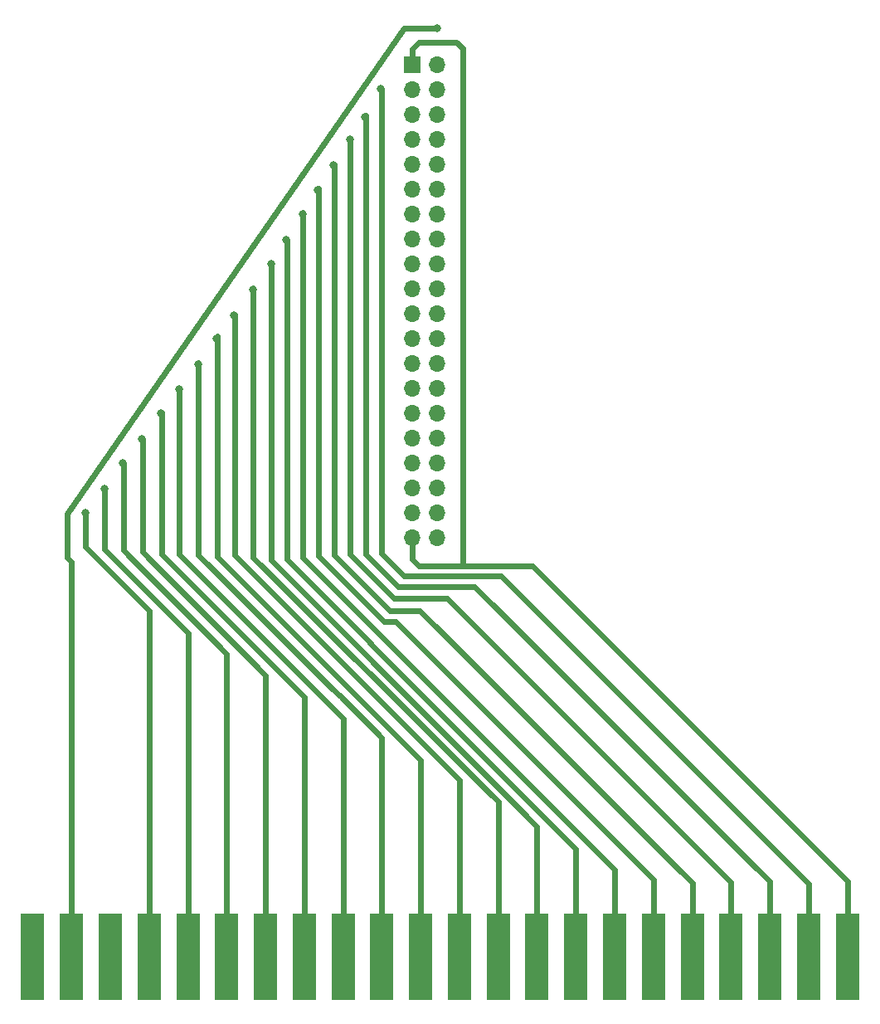
<source format=gbr>
G04 #@! TF.FileFunction,Copper,L1,Top,Signal*
%FSLAX46Y46*%
G04 Gerber Fmt 4.6, Leading zero omitted, Abs format (unit mm)*
G04 Created by KiCad (PCBNEW 4.0.7) date 07/15/18 20:55:20*
%MOMM*%
%LPD*%
G01*
G04 APERTURE LIST*
%ADD10C,0.100000*%
%ADD11R,2.400000X8.800000*%
%ADD12R,1.700000X1.700000*%
%ADD13O,1.700000X1.700000*%
%ADD14C,0.800000*%
%ADD15C,0.600000*%
G04 APERTURE END LIST*
D10*
D11*
X79875400Y-140296320D03*
X83835400Y-140296320D03*
X87795400Y-140296320D03*
X91755400Y-140296320D03*
X95715400Y-140296320D03*
X99675400Y-140296320D03*
X103635400Y-140296320D03*
X107595400Y-140296320D03*
X111555400Y-140296320D03*
X115515400Y-140296320D03*
X119475400Y-140296320D03*
X123435400Y-140296320D03*
X127395400Y-140296320D03*
X135315400Y-140296320D03*
X155115400Y-140296320D03*
X131355400Y-140296320D03*
X143235400Y-140296320D03*
X163035400Y-140296320D03*
X159075400Y-140296320D03*
X139275400Y-140296320D03*
X151155400Y-140296320D03*
X147195400Y-140296320D03*
D12*
X118618000Y-49352200D03*
D13*
X121158000Y-49352200D03*
X118618000Y-51892200D03*
X121158000Y-51892200D03*
X118618000Y-54432200D03*
X121158000Y-54432200D03*
X118618000Y-56972200D03*
X121158000Y-56972200D03*
X118618000Y-59512200D03*
X121158000Y-59512200D03*
X118618000Y-62052200D03*
X121158000Y-62052200D03*
X118618000Y-64592200D03*
X121158000Y-64592200D03*
X118618000Y-67132200D03*
X121158000Y-67132200D03*
X118618000Y-69672200D03*
X121158000Y-69672200D03*
X118618000Y-72212200D03*
X121158000Y-72212200D03*
X118618000Y-74752200D03*
X121158000Y-74752200D03*
X118618000Y-77292200D03*
X121158000Y-77292200D03*
X118618000Y-79832200D03*
X121158000Y-79832200D03*
X118618000Y-82372200D03*
X121158000Y-82372200D03*
X118618000Y-84912200D03*
X121158000Y-84912200D03*
X118618000Y-87452200D03*
X121158000Y-87452200D03*
X118618000Y-89992200D03*
X121158000Y-89992200D03*
X118618000Y-92532200D03*
X121158000Y-92532200D03*
X118618000Y-95072200D03*
X121158000Y-95072200D03*
X118618000Y-97612200D03*
X121158000Y-97612200D03*
D14*
X85244940Y-95023940D03*
X87172800Y-92565220D03*
X89100660Y-89938860D03*
X91000580Y-87480140D03*
X92928440Y-84853780D03*
X94800420Y-82450940D03*
X96756220Y-79880460D03*
X98628200Y-77226160D03*
X100388420Y-74851260D03*
X102344220Y-72224900D03*
X105780840Y-67195700D03*
X113799620Y-54622700D03*
X104188260Y-69598540D03*
X108993940Y-62054740D03*
X115420140Y-51800760D03*
X107429300Y-64513460D03*
X112262920Y-56941720D03*
X110586520Y-59596020D03*
X121142760Y-45552360D03*
D15*
X91755400Y-140296320D02*
X91755400Y-105024360D01*
X85244940Y-98513900D02*
X85244940Y-95023940D01*
X91755400Y-105024360D02*
X85244940Y-98513900D01*
X95715400Y-107282560D02*
X87228680Y-98795840D01*
X87228680Y-98795840D02*
X87228680Y-92593160D01*
X95715400Y-107282560D02*
X95715400Y-140296320D01*
X87200740Y-92593160D02*
X87228680Y-92593160D01*
X87172800Y-92565220D02*
X87200740Y-92593160D01*
X99675400Y-109398520D02*
X89128600Y-98851720D01*
X89128600Y-98851720D02*
X89128600Y-89916000D01*
X99675400Y-109398520D02*
X99675400Y-140296320D01*
X89128600Y-89938860D02*
X89128600Y-89916000D01*
X89100660Y-89938860D02*
X89128600Y-89938860D01*
X103635400Y-111598300D02*
X91084400Y-99047300D01*
X91084400Y-99047300D02*
X91056460Y-87508080D01*
X103635400Y-111598300D02*
X103635400Y-140296320D01*
X91028520Y-87508080D02*
X91056460Y-87508080D01*
X91000580Y-87480140D02*
X91028520Y-87508080D01*
X93040038Y-84853995D02*
X93040038Y-84854038D01*
X92928655Y-84853995D02*
X93040038Y-84853995D01*
X92928440Y-84853780D02*
X92928655Y-84853995D01*
X107595400Y-140296320D02*
X107595400Y-113853960D01*
X93012260Y-99270820D02*
X93040038Y-84854038D01*
X93040038Y-84854038D02*
X93040200Y-84769960D01*
X107595400Y-113853960D02*
X93012260Y-99270820D01*
X111555400Y-116028340D02*
X110284260Y-114757200D01*
X110284260Y-114757200D02*
X110337600Y-114757200D01*
X110337600Y-114757200D02*
X94828360Y-99247960D01*
X94828360Y-99247960D02*
X94828360Y-82395060D01*
X111555400Y-116028340D02*
X111555400Y-140296320D01*
X94828360Y-82450940D02*
X94828360Y-82395060D01*
X94800420Y-82450940D02*
X94828360Y-82450940D01*
X115515400Y-117976660D02*
X111229140Y-113690400D01*
X111229140Y-113690400D02*
X111175800Y-113690400D01*
X111175800Y-113690400D02*
X96812100Y-99326700D01*
X96812100Y-99326700D02*
X96812100Y-79692500D01*
X115515400Y-117976660D02*
X115515400Y-140296320D01*
X96812100Y-79880460D02*
X96812100Y-79692500D01*
X96756220Y-79880460D02*
X96812100Y-79880460D01*
X119475400Y-120243600D02*
X111860480Y-112628680D01*
X111860480Y-112628680D02*
X111866680Y-112628680D01*
X111866680Y-112628680D02*
X98739960Y-99501960D01*
X98739960Y-99501960D02*
X98739960Y-77025500D01*
X119475400Y-120243600D02*
X119475400Y-140296320D01*
X98739960Y-77226160D02*
X98739960Y-77025500D01*
X98628200Y-77226160D02*
X98739960Y-77226160D01*
X123435400Y-122322880D02*
X112666780Y-111554260D01*
X112666780Y-111554260D02*
X112666780Y-111554260D01*
X112666780Y-111554260D02*
X100500180Y-99387660D01*
X100500180Y-99387660D02*
X100500180Y-74795380D01*
X123435400Y-122322880D02*
X123435400Y-140296320D01*
X100500180Y-74851260D02*
X100500180Y-74795380D01*
X100388420Y-74851260D02*
X100500180Y-74851260D01*
X127395400Y-124535360D02*
X113372900Y-110512860D01*
X113372900Y-110512860D02*
X113347500Y-110512860D01*
X113347500Y-110512860D02*
X102400100Y-99565460D01*
X102400100Y-99565460D02*
X102400100Y-72052180D01*
X127395400Y-124535360D02*
X127395400Y-140296320D01*
X102400100Y-72224900D02*
X102400100Y-72052180D01*
X102344220Y-72224900D02*
X102400100Y-72224900D01*
X105836703Y-67195717D02*
X105836703Y-67194488D01*
X105780857Y-67195717D02*
X105836703Y-67195717D01*
X105780840Y-67195700D02*
X105780857Y-67195717D01*
X135315400Y-140296320D02*
X135315400Y-129308300D01*
X105826560Y-99811840D02*
X105836703Y-67194488D01*
X105836703Y-67194488D02*
X105836720Y-67139820D01*
X114343180Y-108328460D02*
X105826560Y-99811840D01*
X114335560Y-108328460D02*
X114343180Y-108328460D01*
X135315400Y-129308300D02*
X114335560Y-108328460D01*
X113911329Y-54622751D02*
X113911329Y-54623178D01*
X113799671Y-54622751D02*
X113911329Y-54622751D01*
X113799620Y-54622700D02*
X113799671Y-54622751D01*
X155115400Y-140296320D02*
X155115400Y-132649100D01*
X113891060Y-99230180D02*
X113911329Y-54623178D01*
X113911329Y-54623178D02*
X113911380Y-54510940D01*
X117187980Y-102527100D02*
X113891060Y-99230180D01*
X124993400Y-102527100D02*
X117187980Y-102527100D01*
X155115400Y-132649100D02*
X124993400Y-102527100D01*
X104244140Y-69598592D02*
X104244140Y-69598540D01*
X104188312Y-69598592D02*
X104244140Y-69598592D01*
X104188260Y-69598540D02*
X104188312Y-69598592D01*
X131355400Y-140296320D02*
X131355400Y-126993080D01*
X104216200Y-99847400D02*
X104244140Y-69598540D01*
X104244140Y-69598540D02*
X104244140Y-69598540D01*
X113753900Y-109385100D02*
X104216200Y-99847400D01*
X113747420Y-109385100D02*
X113753900Y-109385100D01*
X131355400Y-126993080D02*
X113747420Y-109385100D01*
X143235400Y-132412460D02*
X116931440Y-106108500D01*
X116931440Y-106108500D02*
X115750340Y-106108500D01*
X115750340Y-106108500D02*
X109044740Y-99402900D01*
X109044740Y-99402900D02*
X109044740Y-61963300D01*
X143235400Y-132412460D02*
X143235400Y-140296320D01*
X109044740Y-62054740D02*
X109044740Y-61963300D01*
X108993940Y-62054740D02*
X109044740Y-62054740D01*
X123748800Y-100441760D02*
X123748800Y-47650400D01*
X118618000Y-47713900D02*
X118618000Y-49352200D01*
X119303800Y-47028100D02*
X118618000Y-47713900D01*
X123126500Y-47028100D02*
X119303800Y-47028100D01*
X123748800Y-47650400D02*
X123126500Y-47028100D01*
X163035400Y-140296320D02*
X163035400Y-132596040D01*
X118618000Y-99781360D02*
X118618000Y-97612200D01*
X119278400Y-100441760D02*
X118618000Y-99781360D01*
X130881120Y-100441760D02*
X123748800Y-100441760D01*
X123748800Y-100441760D02*
X119278400Y-100441760D01*
X163035400Y-132596040D02*
X130881120Y-100441760D01*
X118755160Y-97749360D02*
X118618000Y-97612200D01*
X159075400Y-132915940D02*
X127632460Y-101473000D01*
X127632460Y-101473000D02*
X117729000Y-101473000D01*
X117729000Y-101473000D02*
X115473480Y-99217480D01*
X115473480Y-99217480D02*
X115473480Y-51732180D01*
X159075400Y-132915940D02*
X159075400Y-140296320D01*
X115473480Y-51800760D02*
X115473480Y-51732180D01*
X115420140Y-51800760D02*
X115473480Y-51800760D01*
X139275400Y-131398860D02*
X115077240Y-107200700D01*
X115077240Y-107200700D02*
X115074700Y-107200700D01*
X115074700Y-107200700D02*
X107449620Y-99575620D01*
X107449620Y-99575620D02*
X107449620Y-64419480D01*
X139275400Y-131398860D02*
X139275400Y-140296320D01*
X107449620Y-64513460D02*
X107449620Y-64419480D01*
X107429300Y-64513460D02*
X107449620Y-64513460D01*
X151155400Y-132712460D02*
X122201940Y-103759000D01*
X122201940Y-103759000D02*
X116753640Y-103759000D01*
X116753640Y-103759000D02*
X112268000Y-99273360D01*
X112268000Y-99273360D02*
X112268000Y-56883300D01*
X151155400Y-132712460D02*
X151155400Y-140296320D01*
X112268000Y-56941720D02*
X112268000Y-56883300D01*
X112262920Y-56941720D02*
X112268000Y-56941720D01*
X147195400Y-132796343D02*
X119415357Y-105016300D01*
X119415357Y-105016300D02*
X116329460Y-105016300D01*
X116329460Y-105016300D02*
X110642400Y-99329240D01*
X110642400Y-99329240D02*
X110642400Y-59451240D01*
X147195400Y-132796343D02*
X147195400Y-140296320D01*
X110642400Y-59596020D02*
X110642400Y-59451240D01*
X110586520Y-59596020D02*
X110642400Y-59596020D01*
X83835400Y-140296320D02*
X83835400Y-100015200D01*
X117795040Y-45557440D02*
X121142760Y-45552360D01*
X83400900Y-95135700D02*
X117795040Y-45557440D01*
X83388200Y-99568000D02*
X83400900Y-95135700D01*
X83835400Y-100015200D02*
X83388200Y-99568000D01*
M02*

</source>
